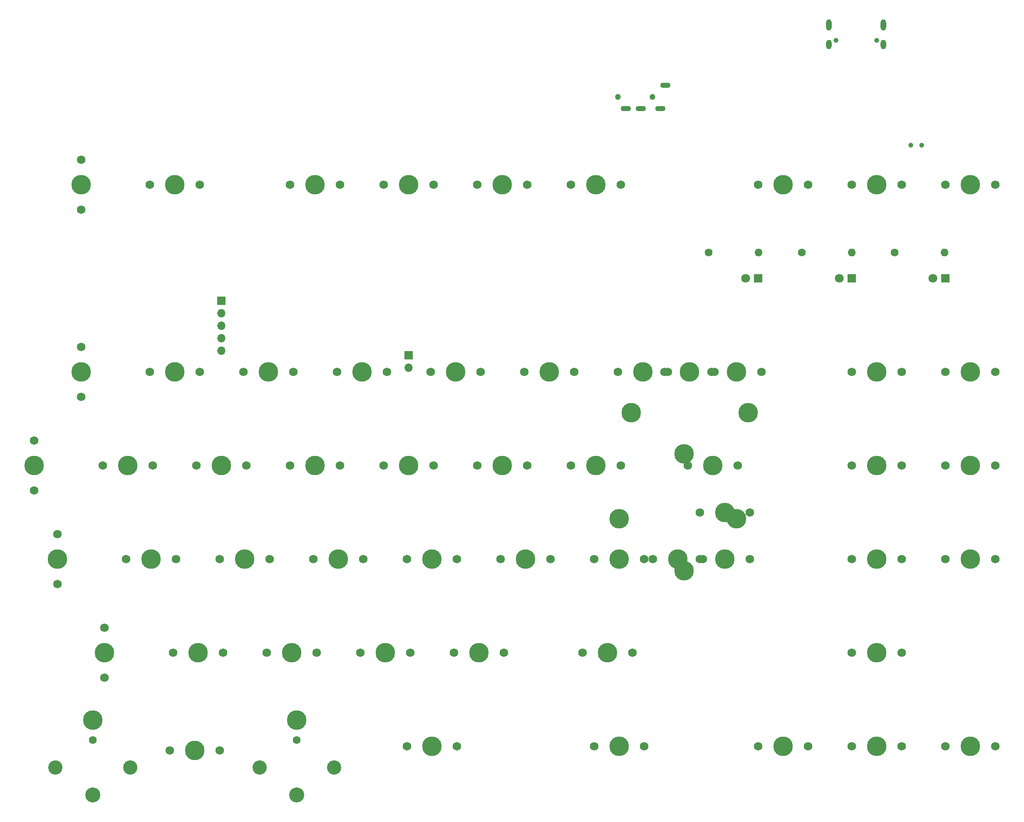
<source format=gbr>
%TF.GenerationSoftware,KiCad,Pcbnew,8.0.2*%
%TF.CreationDate,2024-11-08T19:37:49-08:00*%
%TF.ProjectId,gh80-5000-right,67683830-2d35-4303-9030-2d7269676874,rev?*%
%TF.SameCoordinates,Original*%
%TF.FileFunction,Soldermask,Top*%
%TF.FilePolarity,Negative*%
%FSLAX46Y46*%
G04 Gerber Fmt 4.6, Leading zero omitted, Abs format (unit mm)*
G04 Created by KiCad (PCBNEW 8.0.2) date 2024-11-08 19:37:49*
%MOMM*%
%LPD*%
G01*
G04 APERTURE LIST*
%ADD10C,1.750000*%
%ADD11C,3.987800*%
%ADD12C,2.900000*%
%ADD13C,1.600000*%
%ADD14C,3.048000*%
%ADD15O,1.600000X1.600000*%
%ADD16C,1.200000*%
%ADD17O,2.100000X1.100000*%
%ADD18R,1.800000X1.800000*%
%ADD19C,1.800000*%
%ADD20R,1.700000X1.700000*%
%ADD21O,1.700000X1.700000*%
%ADD22C,1.000000*%
%ADD23O,1.101600X2.301600*%
%ADD24O,1.101600X1.901600*%
G04 APERTURE END LIST*
D10*
%TO.C,MX24*%
X166370000Y-133350000D03*
D11*
X171450000Y-133350000D03*
D10*
X176530000Y-133350000D03*
%TD*%
%TO.C,MX35*%
X194945000Y-152400000D03*
D11*
X200025000Y-152400000D03*
D10*
X205105000Y-152400000D03*
%TD*%
%TO.C,MX22*%
X161607500Y-209550000D03*
D11*
X166687500Y-209550000D03*
D10*
X171767500Y-209550000D03*
%TD*%
D11*
%TO.C,S3*%
X207168750Y-141605000D03*
X230981250Y-141605000D03*
%TD*%
D10*
%TO.C,MX25*%
X156845000Y-152400000D03*
D11*
X161925000Y-152400000D03*
D10*
X167005000Y-152400000D03*
%TD*%
%TO.C,MX23*%
X175895000Y-95250000D03*
D11*
X180975000Y-95250000D03*
D10*
X186055000Y-95250000D03*
%TD*%
%TO.C,MX55*%
X271145000Y-209550000D03*
D11*
X276225000Y-209550000D03*
D10*
X281305000Y-209550000D03*
%TD*%
%TO.C,MX16*%
X133032500Y-190500000D03*
D11*
X138112500Y-190500000D03*
D10*
X143192500Y-190500000D03*
%TD*%
%TO.C,MX51*%
X271145000Y-95250000D03*
D11*
X276225000Y-95250000D03*
D10*
X281305000Y-95250000D03*
%TD*%
%TO.C,MX37*%
X233045000Y-95250000D03*
D11*
X238125000Y-95250000D03*
D10*
X243205000Y-95250000D03*
%TD*%
D11*
%TO.C,S2*%
X217963750Y-150018750D03*
X217963750Y-173831250D03*
%TD*%
D10*
%TO.C,MX45*%
X252095000Y-95250000D03*
D11*
X257175000Y-95250000D03*
D10*
X262255000Y-95250000D03*
%TD*%
%TO.C,MX1*%
X95250000Y-90170000D03*
D11*
X95250000Y-95250000D03*
D10*
X95250000Y-100330000D03*
%TD*%
%TO.C,MX28*%
X194945000Y-95250000D03*
D11*
X200025000Y-95250000D03*
D10*
X205105000Y-95250000D03*
%TD*%
%TO.C,MX26*%
X161607500Y-171450000D03*
D11*
X166687500Y-171450000D03*
D10*
X171767500Y-171450000D03*
%TD*%
%TO.C,MX34*%
X204470000Y-133350000D03*
D11*
X209550000Y-133350000D03*
D10*
X214630000Y-133350000D03*
%TD*%
%TO.C,MX3*%
X85725000Y-147320000D03*
D11*
X85725000Y-152400000D03*
D10*
X85725000Y-157480000D03*
%TD*%
%TO.C,MX8*%
X109220000Y-133350000D03*
D11*
X114300000Y-133350000D03*
D10*
X119380000Y-133350000D03*
%TD*%
%TO.C,MX2*%
X95250000Y-128270000D03*
D11*
X95250000Y-133350000D03*
D10*
X95250000Y-138430000D03*
%TD*%
%TO.C,MX18*%
X147320000Y-133350000D03*
D11*
X152400000Y-133350000D03*
D10*
X157480000Y-133350000D03*
%TD*%
%TO.C,MX6*%
X113337500Y-210350000D03*
D11*
X118417500Y-210350000D03*
D10*
X123497500Y-210350000D03*
%TD*%
%TO.C,MX44*%
X223520000Y-133350000D03*
D11*
X228600000Y-133350000D03*
D10*
X233680000Y-133350000D03*
%TD*%
%TO.C,MX39*%
X218757500Y-152400000D03*
D11*
X223837500Y-152400000D03*
D10*
X228917500Y-152400000D03*
%TD*%
D12*
%TO.C,S5*%
X90067500Y-213850000D03*
D13*
X97667500Y-208275000D03*
X97667500Y-219425000D03*
D12*
X105267500Y-213850000D03*
X131567500Y-213850000D03*
D13*
X139167500Y-208275000D03*
X139167500Y-219425000D03*
D12*
X146767500Y-213850000D03*
%TD*%
D10*
%TO.C,MX33*%
X199707500Y-209550000D03*
D11*
X204787500Y-209550000D03*
D10*
X209867500Y-209550000D03*
%TD*%
%TO.C,MX21*%
X152082500Y-190500000D03*
D11*
X157162500Y-190500000D03*
D10*
X162242500Y-190500000D03*
%TD*%
%TO.C,MX7*%
X109220000Y-95250000D03*
D11*
X114300000Y-95250000D03*
D10*
X119380000Y-95250000D03*
%TD*%
%TO.C,MX40*%
X211613750Y-171450000D03*
D11*
X216693750Y-171450000D03*
D10*
X221773750Y-171450000D03*
%TD*%
D14*
%TO.C,S4*%
X139167500Y-219435000D03*
D11*
X139167500Y-204195000D03*
D14*
X97667500Y-219435000D03*
D11*
X97667500Y-204195000D03*
%TD*%
D10*
%TO.C,MX13*%
X128270000Y-133350000D03*
D11*
X133350000Y-133350000D03*
D10*
X138430000Y-133350000D03*
%TD*%
%TO.C,MX47*%
X252095000Y-152400000D03*
D11*
X257175000Y-152400000D03*
D10*
X262255000Y-152400000D03*
%TD*%
%TO.C,MX38*%
X213995000Y-133350000D03*
D11*
X219075000Y-133350000D03*
D10*
X224155000Y-133350000D03*
%TD*%
%TO.C,MX29*%
X185420000Y-133350000D03*
D11*
X190500000Y-133350000D03*
D10*
X195580000Y-133350000D03*
%TD*%
%TO.C,MX50*%
X252095000Y-209550000D03*
D11*
X257175000Y-209550000D03*
D10*
X262255000Y-209550000D03*
%TD*%
%TO.C,MX32*%
X197326250Y-190500000D03*
D11*
X202406250Y-190500000D03*
D10*
X207486250Y-190500000D03*
%TD*%
%TO.C,MX17*%
X156845000Y-95250000D03*
D11*
X161925000Y-95250000D03*
D10*
X167005000Y-95250000D03*
%TD*%
D11*
%TO.C,S1*%
X228600000Y-163195000D03*
X204787500Y-163195000D03*
%TD*%
D10*
%TO.C,MX30*%
X175895000Y-152400000D03*
D11*
X180975000Y-152400000D03*
D10*
X186055000Y-152400000D03*
%TD*%
%TO.C,MX27*%
X171132500Y-190500000D03*
D11*
X176212500Y-190500000D03*
D10*
X181292500Y-190500000D03*
%TD*%
%TO.C,MX49*%
X252095000Y-190500000D03*
D11*
X257175000Y-190500000D03*
D10*
X262255000Y-190500000D03*
%TD*%
%TO.C,MX12*%
X137795000Y-95250000D03*
D11*
X142875000Y-95250000D03*
D10*
X147955000Y-95250000D03*
%TD*%
%TO.C,MX48*%
X252095000Y-171450000D03*
D11*
X257175000Y-171450000D03*
D10*
X262255000Y-171450000D03*
%TD*%
%TO.C,MX43*%
X221138750Y-171450000D03*
D11*
X226218750Y-171450000D03*
D10*
X231298750Y-171450000D03*
%TD*%
%TO.C,MX31*%
X180657500Y-171450000D03*
D11*
X185737500Y-171450000D03*
D10*
X190817500Y-171450000D03*
%TD*%
%TO.C,MX42*%
X221138750Y-161925000D03*
D11*
X226218750Y-161925000D03*
D10*
X231298750Y-161925000D03*
%TD*%
%TO.C,MX15*%
X123507500Y-171450000D03*
D11*
X128587500Y-171450000D03*
D10*
X133667500Y-171450000D03*
%TD*%
%TO.C,MX41*%
X233045000Y-209550000D03*
D11*
X238125000Y-209550000D03*
D10*
X243205000Y-209550000D03*
%TD*%
%TO.C,MX36*%
X199707500Y-171450000D03*
D11*
X204787500Y-171450000D03*
D10*
X209867500Y-171450000D03*
%TD*%
%TO.C,MX54*%
X271145000Y-171450000D03*
D11*
X276225000Y-171450000D03*
D10*
X281305000Y-171450000D03*
%TD*%
%TO.C,MX46*%
X252095000Y-133350000D03*
D11*
X257175000Y-133350000D03*
D10*
X262255000Y-133350000D03*
%TD*%
%TO.C,MX20*%
X142557500Y-171450000D03*
D11*
X147637500Y-171450000D03*
D10*
X152717500Y-171450000D03*
%TD*%
%TO.C,MX19*%
X137795000Y-152400000D03*
D11*
X142875000Y-152400000D03*
D10*
X147955000Y-152400000D03*
%TD*%
%TO.C,MX10*%
X104457500Y-171450000D03*
D11*
X109537500Y-171450000D03*
D10*
X114617500Y-171450000D03*
%TD*%
%TO.C,MX14*%
X118745000Y-152400000D03*
D11*
X123825000Y-152400000D03*
D10*
X128905000Y-152400000D03*
%TD*%
%TO.C,MX11*%
X113982500Y-190500000D03*
D11*
X119062500Y-190500000D03*
D10*
X124142500Y-190500000D03*
%TD*%
%TO.C,MX53*%
X271145000Y-152400000D03*
D11*
X276225000Y-152400000D03*
D10*
X281305000Y-152400000D03*
%TD*%
%TO.C,MX4*%
X90487500Y-166370000D03*
D11*
X90487500Y-171450000D03*
D10*
X90487500Y-176530000D03*
%TD*%
%TO.C,MX5*%
X100012500Y-185420000D03*
D11*
X100012500Y-190500000D03*
D10*
X100012500Y-195580000D03*
%TD*%
%TO.C,MX52*%
X271145000Y-133350000D03*
D11*
X276225000Y-133350000D03*
D10*
X281305000Y-133350000D03*
%TD*%
%TO.C,MX9*%
X99695000Y-152400000D03*
D11*
X104775000Y-152400000D03*
D10*
X109855000Y-152400000D03*
%TD*%
D13*
%TO.C,R13*%
X260826250Y-109000000D03*
D15*
X270986250Y-109000000D03*
%TD*%
D16*
%TO.C,J2*%
X204524600Y-77380000D03*
X211524500Y-77380000D03*
D17*
X209124500Y-79780000D03*
X206124500Y-79780000D03*
X214124500Y-74980000D03*
X213124500Y-79780000D03*
%TD*%
D18*
%TO.C,LED1*%
X233050000Y-114300000D03*
D19*
X230510000Y-114300000D03*
%TD*%
D20*
%TO.C,J1*%
X123800000Y-118820000D03*
D21*
X123800000Y-121360000D03*
X123800000Y-123900000D03*
X123800000Y-126440000D03*
X123800000Y-128980000D03*
%TD*%
D22*
%TO.C,TP1*%
X266300000Y-87200000D03*
%TD*%
%TO.C,J5*%
X248850000Y-65859500D03*
X257150000Y-65859500D03*
D23*
X247450000Y-62759600D03*
D24*
X247450000Y-66659600D03*
D23*
X258550000Y-62759600D03*
D24*
X258550000Y-66659600D03*
%TD*%
D20*
%TO.C,BOOT1*%
X161925000Y-129987500D03*
D21*
X161925000Y-132527500D03*
%TD*%
D13*
%TO.C,R11*%
X241952500Y-109000000D03*
D15*
X252112500Y-109000000D03*
%TD*%
D13*
%TO.C,R9*%
X222920000Y-109000000D03*
D15*
X233080000Y-109000000D03*
%TD*%
D18*
%TO.C,LED3*%
X271150000Y-114300000D03*
D19*
X268610000Y-114300000D03*
%TD*%
D22*
%TO.C,TP2*%
X264100000Y-87200000D03*
%TD*%
D18*
%TO.C,LED2*%
X252100000Y-114300000D03*
D19*
X249560000Y-114300000D03*
%TD*%
M02*

</source>
